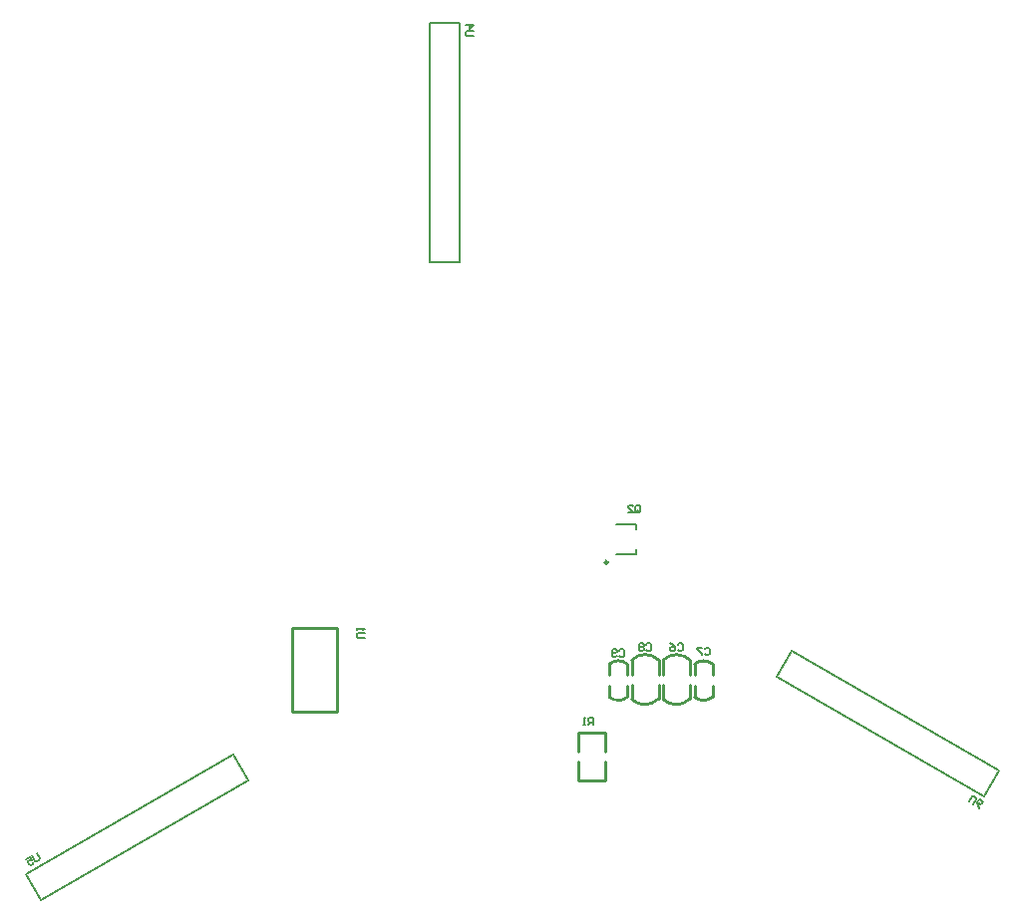
<source format=gbo>
G04*
G04 #@! TF.GenerationSoftware,Altium Limited,Altium Designer,18.0.12 (696)*
G04*
G04 Layer_Color=32896*
%FSLAX25Y25*%
%MOIN*%
G70*
G01*
G75*
%ADD10C,0.01000*%
%ADD11C,0.00787*%
%ADD17C,0.00800*%
%ADD97C,0.00984*%
D10*
X275600Y106900D02*
G03*
X281456Y106952I2897J3545D01*
G01*
X281400Y118100D02*
G03*
X275544Y118048I-2897J-3545D01*
G01*
X283000Y106200D02*
G03*
X291804Y106308I4346J4602D01*
G01*
X291867Y119466D02*
G03*
X283050Y119370I-4359J-4590D01*
G01*
X304100Y106900D02*
G03*
X309956Y106952I2897J3545D01*
G01*
X309900Y118100D02*
G03*
X304044Y118048I-2897J-3545D01*
G01*
X293500Y106200D02*
G03*
X302304Y106308I4346J4602D01*
G01*
X302367Y119466D02*
G03*
X293550Y119370I-4359J-4590D01*
G01*
X265020Y88730D02*
Y95210D01*
X274020Y88630D02*
Y95210D01*
X265020D02*
X274020D01*
Y79030D02*
Y85530D01*
X265000Y79030D02*
Y85530D01*
Y79030D02*
X274020D01*
X281500Y114300D02*
Y118000D01*
X275500Y114300D02*
Y118000D01*
Y107000D02*
Y110800D01*
X281500Y107100D02*
Y110800D01*
X292000Y114500D02*
Y119320D01*
X283000Y114500D02*
Y119230D01*
X292000Y106500D02*
Y111200D01*
X283000Y106290D02*
Y111200D01*
X310000Y114300D02*
Y118000D01*
X304000Y114300D02*
Y118000D01*
Y107000D02*
Y110800D01*
X310000Y107100D02*
Y110800D01*
X302500Y114500D02*
Y119320D01*
X293500Y114500D02*
Y119230D01*
X302500Y106500D02*
Y111200D01*
X293500Y106290D02*
Y111200D01*
X169346Y102067D02*
Y130067D01*
X184346Y102067D02*
Y130067D01*
X169346Y102067D02*
X184346D01*
X169346Y130067D02*
X184346D01*
D11*
X277945Y164858D02*
X284343D01*
X277945Y154622D02*
X284343D01*
Y156394D01*
Y163087D02*
Y164858D01*
X215500Y252500D02*
X225500D01*
Y332500D01*
X215500D02*
X225500D01*
X215500Y252500D02*
Y332500D01*
X331529Y113670D02*
X336529Y122330D01*
X331529Y113670D02*
X400811Y73670D01*
X405811Y82330D01*
X336529Y122330D02*
X405811Y82330D01*
X149631Y87830D02*
X154631Y79170D01*
X80349Y47830D02*
X149631Y87830D01*
X80349Y47830D02*
X85349Y39170D01*
X154631Y79170D01*
D17*
X395661Y71922D02*
X396702Y73725D01*
X397271Y73878D01*
X397992Y73461D01*
X398145Y72892D01*
X397104Y71089D01*
X399268Y69839D02*
X398755Y70617D01*
X398450Y71754D01*
X398866Y72476D01*
X399435Y72628D01*
X400157Y72212D01*
X400309Y71643D01*
X400101Y71282D01*
X399532Y71130D01*
X398450Y71754D01*
X84000Y54822D02*
X85042Y53019D01*
X84889Y52450D01*
X84168Y52033D01*
X83599Y52186D01*
X82557Y53989D01*
X80393Y52740D02*
X81836Y53573D01*
X82461Y52491D01*
X81531Y52435D01*
X81170Y52227D01*
X81018Y51658D01*
X81435Y50936D01*
X82003Y50784D01*
X82725Y51200D01*
X82877Y51769D01*
X229999Y328000D02*
X227917D01*
X227500Y328416D01*
Y329250D01*
X227917Y329666D01*
X229999D01*
X227500Y331749D02*
X229999D01*
X228750Y330499D01*
Y332165D01*
X193645Y126812D02*
X191562D01*
X191146Y127228D01*
Y128061D01*
X191562Y128478D01*
X193645D01*
X191146Y129311D02*
Y130144D01*
Y129727D01*
X193645D01*
X193228Y129311D01*
X270000Y97740D02*
Y100239D01*
X268750D01*
X268334Y99823D01*
Y98990D01*
X268750Y98573D01*
X270000D01*
X269167D02*
X268334Y97740D01*
X267501D02*
X266668D01*
X267084D01*
Y100239D01*
X267501Y99823D01*
X284234Y169017D02*
Y170683D01*
X284650Y171099D01*
X285484D01*
X285900Y170683D01*
Y169017D01*
X285484Y168600D01*
X284650D01*
X285067Y169433D02*
X284234Y168600D01*
X284650D02*
X284234Y169017D01*
X281735Y168600D02*
X283401D01*
X281735Y170266D01*
Y170683D01*
X282151Y171099D01*
X282984D01*
X283401Y170683D01*
X278834Y122583D02*
X279250Y122999D01*
X280083D01*
X280500Y122583D01*
Y120916D01*
X280083Y120500D01*
X279250D01*
X278834Y120916D01*
X278001D02*
X277584Y120500D01*
X276751D01*
X276335Y120916D01*
Y122583D01*
X276751Y122999D01*
X277584D01*
X278001Y122583D01*
Y122166D01*
X277584Y121750D01*
X276335D01*
X287834Y124583D02*
X288250Y124999D01*
X289084D01*
X289500Y124583D01*
Y122916D01*
X289084Y122500D01*
X288250D01*
X287834Y122916D01*
X287001Y124583D02*
X286584Y124999D01*
X285751D01*
X285335Y124583D01*
Y124166D01*
X285751Y123750D01*
X285335Y123333D01*
Y122916D01*
X285751Y122500D01*
X286584D01*
X287001Y122916D01*
Y123333D01*
X286584Y123750D01*
X287001Y124166D01*
Y124583D01*
X286584Y123750D02*
X285751D01*
X307334Y123083D02*
X307750Y123499D01*
X308583D01*
X309000Y123083D01*
Y121416D01*
X308583Y121000D01*
X307750D01*
X307334Y121416D01*
X306501Y123499D02*
X304835D01*
Y123083D01*
X306501Y121416D01*
Y121000D01*
X298334Y124583D02*
X298750Y124999D01*
X299584D01*
X300000Y124583D01*
Y122916D01*
X299584Y122500D01*
X298750D01*
X298334Y122916D01*
X295835Y124999D02*
X296668Y124583D01*
X297501Y123750D01*
Y122916D01*
X297084Y122500D01*
X296251D01*
X295835Y122916D01*
Y123333D01*
X296251Y123750D01*
X297501D01*
D97*
X274992Y152063D02*
G03*
X274992Y152063I-492J0D01*
G01*
M02*

</source>
